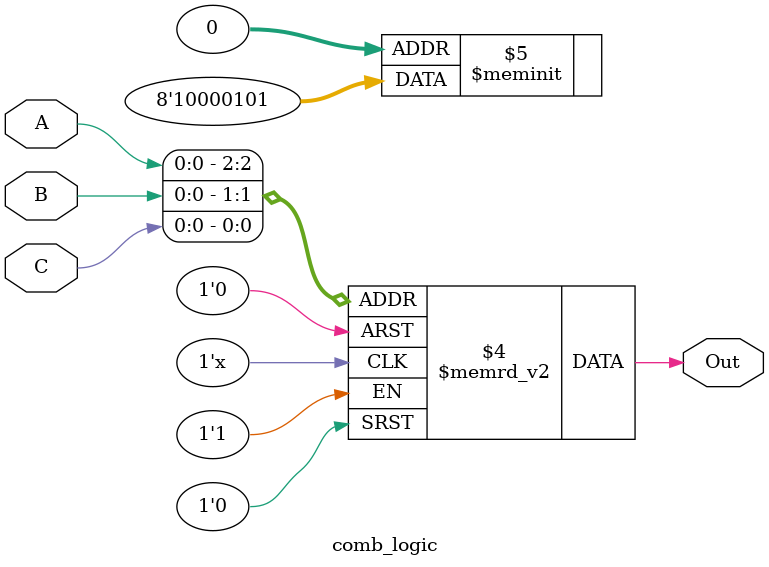
<source format=v>
module  comb_logic(input A, B, C, output Out);
// Random comb logic
always @ (A,B,C)
begin
	case({A,B,C})
	3'b000: {Out} = 1'b1;
	3'b001: {Out} = 1'b0;
	3'b010: {Out} = 1'b1;
	3'b011: {Out} = 1'b0;
	3'b100: {Out} = 1'b0;
	3'b101: {Out} = 1'b0;
	3'b110: {Out} = 1'b0;
	3'b111: {Out} = 1'b1;
	endcase
end
endmodule
</source>
